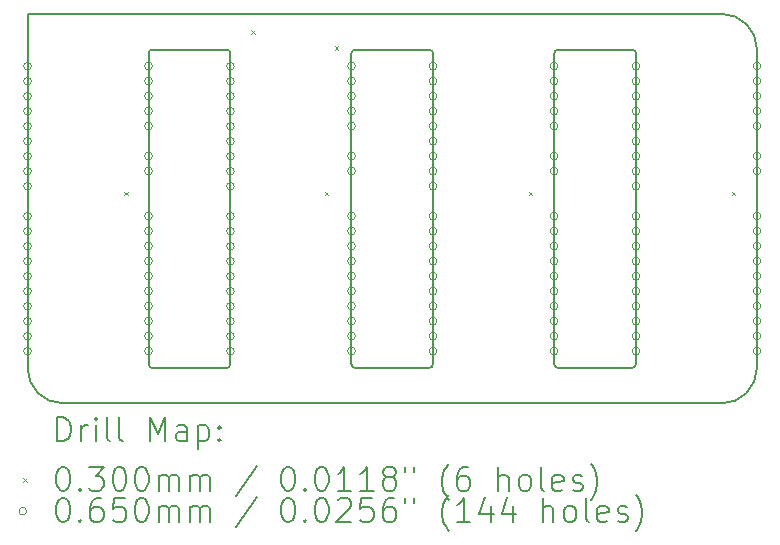
<source format=gbr>
%TF.GenerationSoftware,KiCad,Pcbnew,7.0.6-0*%
%TF.CreationDate,2023-10-14T16:49:45-04:00*%
%TF.ProjectId,TMU Board,544d5520-426f-4617-9264-2e6b69636164,1*%
%TF.SameCoordinates,Original*%
%TF.FileFunction,Drillmap*%
%TF.FilePolarity,Positive*%
%FSLAX45Y45*%
G04 Gerber Fmt 4.5, Leading zero omitted, Abs format (unit mm)*
G04 Created by KiCad (PCBNEW 7.0.6-0) date 2023-10-14 16:49:45*
%MOMM*%
%LPD*%
G01*
G04 APERTURE LIST*
%ADD10C,0.150000*%
%ADD11C,0.200000*%
%ADD12C,0.030000*%
%ADD13C,0.065000*%
G04 APERTURE END LIST*
D10*
X11330002Y-11869002D02*
X16905998Y-11869002D01*
X13773000Y-8906000D02*
X13773000Y-11536040D01*
X13804960Y-8874040D02*
G75*
G03*
X13773000Y-8906000I0J-31960D01*
G01*
X15520960Y-8874040D02*
G75*
G03*
X15489000Y-8906000I0J-31960D01*
G01*
X12748000Y-8906000D02*
X12748000Y-11537000D01*
X16905998Y-11869000D02*
G75*
G03*
X17206000Y-11569000I2J300000D01*
G01*
X14432000Y-11568000D02*
X13804960Y-11568000D01*
X12716040Y-11568960D02*
G75*
G03*
X12748000Y-11537000I-1J31960D01*
G01*
X14432000Y-11567999D02*
G75*
G03*
X14463959Y-11536040I0J31960D01*
G01*
X12086960Y-8874040D02*
X12716040Y-8874040D01*
X11030000Y-8906000D02*
X11030000Y-8571000D01*
X13804960Y-8874040D02*
X14432040Y-8874040D01*
X12055000Y-11537000D02*
G75*
G03*
X12086960Y-11568960I31960J0D01*
G01*
X12716040Y-11568960D02*
X12086960Y-11568960D01*
X12086960Y-8874040D02*
G75*
G03*
X12055000Y-8906000I0J-31960D01*
G01*
X14464000Y-8906000D02*
G75*
G03*
X14432040Y-8874040I-31960J0D01*
G01*
X11030000Y-8571000D02*
X16906000Y-8571000D01*
X16149020Y-11568000D02*
G75*
G03*
X16180980Y-11536040I0J31960D01*
G01*
X14463959Y-11536040D02*
X14463959Y-8906000D01*
X15489000Y-8906000D02*
X15489000Y-11536040D01*
X17206000Y-11569000D02*
X17206000Y-8871002D01*
X12055000Y-11537000D02*
X12055000Y-8906000D01*
X16180980Y-11536040D02*
X16180980Y-8906000D01*
X17206000Y-8871002D02*
G75*
G03*
X16906000Y-8571000I-300000J2D01*
G01*
X15488980Y-11536040D02*
G75*
G03*
X15520939Y-11568000I31960J0D01*
G01*
X13772960Y-11536040D02*
G75*
G03*
X13804919Y-11568000I31960J0D01*
G01*
X16181000Y-8906000D02*
G75*
G03*
X16149040Y-8874040I-31960J0D01*
G01*
X12748000Y-8906000D02*
G75*
G03*
X12716040Y-8874040I-31960J0D01*
G01*
X11029998Y-11569000D02*
G75*
G03*
X11330002Y-11869002I300002J0D01*
G01*
X15520960Y-8874040D02*
X16149040Y-8874040D01*
X16149020Y-11568000D02*
X15520980Y-11568000D01*
X11030000Y-11569000D02*
X11030000Y-8906000D01*
D11*
D12*
X11848000Y-10079000D02*
X11878000Y-10109000D01*
X11878000Y-10079000D02*
X11848000Y-10109000D01*
X12926000Y-8710000D02*
X12956000Y-8740000D01*
X12956000Y-8710000D02*
X12926000Y-8740000D01*
X13548000Y-10079000D02*
X13578000Y-10109000D01*
X13578000Y-10079000D02*
X13548000Y-10109000D01*
X13632000Y-8847000D02*
X13662000Y-8877000D01*
X13662000Y-8847000D02*
X13632000Y-8877000D01*
X15275000Y-10079000D02*
X15305000Y-10109000D01*
X15305000Y-10079000D02*
X15275000Y-10109000D01*
X16993000Y-10076000D02*
X17023000Y-10106000D01*
X17023000Y-10076000D02*
X16993000Y-10106000D01*
D13*
X11062500Y-9014000D02*
G75*
G03*
X11062500Y-9014000I-32500J0D01*
G01*
X11062500Y-9141000D02*
G75*
G03*
X11062500Y-9141000I-32500J0D01*
G01*
X11062500Y-9268000D02*
G75*
G03*
X11062500Y-9268000I-32500J0D01*
G01*
X11062500Y-9395000D02*
G75*
G03*
X11062500Y-9395000I-32500J0D01*
G01*
X11062500Y-9522000D02*
G75*
G03*
X11062500Y-9522000I-32500J0D01*
G01*
X11062500Y-9649000D02*
G75*
G03*
X11062500Y-9649000I-32500J0D01*
G01*
X11062500Y-9776000D02*
G75*
G03*
X11062500Y-9776000I-32500J0D01*
G01*
X11062500Y-9903000D02*
G75*
G03*
X11062500Y-9903000I-32500J0D01*
G01*
X11062500Y-10030000D02*
G75*
G03*
X11062500Y-10030000I-32500J0D01*
G01*
X11062500Y-10284000D02*
G75*
G03*
X11062500Y-10284000I-32500J0D01*
G01*
X11062500Y-10411000D02*
G75*
G03*
X11062500Y-10411000I-32500J0D01*
G01*
X11062500Y-10538000D02*
G75*
G03*
X11062500Y-10538000I-32500J0D01*
G01*
X11062500Y-10665000D02*
G75*
G03*
X11062500Y-10665000I-32500J0D01*
G01*
X11062500Y-10792000D02*
G75*
G03*
X11062500Y-10792000I-32500J0D01*
G01*
X11062500Y-10919000D02*
G75*
G03*
X11062500Y-10919000I-32500J0D01*
G01*
X11062500Y-11046000D02*
G75*
G03*
X11062500Y-11046000I-32500J0D01*
G01*
X11062500Y-11173000D02*
G75*
G03*
X11062500Y-11173000I-32500J0D01*
G01*
X11062500Y-11300000D02*
G75*
G03*
X11062500Y-11300000I-32500J0D01*
G01*
X11062500Y-11427000D02*
G75*
G03*
X11062500Y-11427000I-32500J0D01*
G01*
X12087500Y-9013000D02*
G75*
G03*
X12087500Y-9013000I-32500J0D01*
G01*
X12087500Y-9140000D02*
G75*
G03*
X12087500Y-9140000I-32500J0D01*
G01*
X12087500Y-9267000D02*
G75*
G03*
X12087500Y-9267000I-32500J0D01*
G01*
X12087500Y-9394000D02*
G75*
G03*
X12087500Y-9394000I-32500J0D01*
G01*
X12087500Y-9521000D02*
G75*
G03*
X12087500Y-9521000I-32500J0D01*
G01*
X12087500Y-9775000D02*
G75*
G03*
X12087500Y-9775000I-32500J0D01*
G01*
X12087500Y-9902000D02*
G75*
G03*
X12087500Y-9902000I-32500J0D01*
G01*
X12087500Y-10283000D02*
G75*
G03*
X12087500Y-10283000I-32500J0D01*
G01*
X12087500Y-10410000D02*
G75*
G03*
X12087500Y-10410000I-32500J0D01*
G01*
X12087500Y-10537000D02*
G75*
G03*
X12087500Y-10537000I-32500J0D01*
G01*
X12087500Y-10664000D02*
G75*
G03*
X12087500Y-10664000I-32500J0D01*
G01*
X12087500Y-10791000D02*
G75*
G03*
X12087500Y-10791000I-32500J0D01*
G01*
X12087500Y-10918000D02*
G75*
G03*
X12087500Y-10918000I-32500J0D01*
G01*
X12087500Y-11045000D02*
G75*
G03*
X12087500Y-11045000I-32500J0D01*
G01*
X12087500Y-11172000D02*
G75*
G03*
X12087500Y-11172000I-32500J0D01*
G01*
X12087500Y-11299000D02*
G75*
G03*
X12087500Y-11299000I-32500J0D01*
G01*
X12087500Y-11426000D02*
G75*
G03*
X12087500Y-11426000I-32500J0D01*
G01*
X12780500Y-9014000D02*
G75*
G03*
X12780500Y-9014000I-32500J0D01*
G01*
X12780500Y-9141000D02*
G75*
G03*
X12780500Y-9141000I-32500J0D01*
G01*
X12780500Y-9268000D02*
G75*
G03*
X12780500Y-9268000I-32500J0D01*
G01*
X12780500Y-9395000D02*
G75*
G03*
X12780500Y-9395000I-32500J0D01*
G01*
X12780500Y-9522000D02*
G75*
G03*
X12780500Y-9522000I-32500J0D01*
G01*
X12780500Y-9649000D02*
G75*
G03*
X12780500Y-9649000I-32500J0D01*
G01*
X12780500Y-9776000D02*
G75*
G03*
X12780500Y-9776000I-32500J0D01*
G01*
X12780500Y-9903000D02*
G75*
G03*
X12780500Y-9903000I-32500J0D01*
G01*
X12780500Y-10030000D02*
G75*
G03*
X12780500Y-10030000I-32500J0D01*
G01*
X12780500Y-10284000D02*
G75*
G03*
X12780500Y-10284000I-32500J0D01*
G01*
X12780500Y-10411000D02*
G75*
G03*
X12780500Y-10411000I-32500J0D01*
G01*
X12780500Y-10538000D02*
G75*
G03*
X12780500Y-10538000I-32500J0D01*
G01*
X12780500Y-10665000D02*
G75*
G03*
X12780500Y-10665000I-32500J0D01*
G01*
X12780500Y-10792000D02*
G75*
G03*
X12780500Y-10792000I-32500J0D01*
G01*
X12780500Y-10919000D02*
G75*
G03*
X12780500Y-10919000I-32500J0D01*
G01*
X12780500Y-11046000D02*
G75*
G03*
X12780500Y-11046000I-32500J0D01*
G01*
X12780500Y-11173000D02*
G75*
G03*
X12780500Y-11173000I-32500J0D01*
G01*
X12780500Y-11300000D02*
G75*
G03*
X12780500Y-11300000I-32500J0D01*
G01*
X12780500Y-11427000D02*
G75*
G03*
X12780500Y-11427000I-32500J0D01*
G01*
X13805500Y-9013000D02*
G75*
G03*
X13805500Y-9013000I-32500J0D01*
G01*
X13805500Y-9140000D02*
G75*
G03*
X13805500Y-9140000I-32500J0D01*
G01*
X13805500Y-9267000D02*
G75*
G03*
X13805500Y-9267000I-32500J0D01*
G01*
X13805500Y-9394000D02*
G75*
G03*
X13805500Y-9394000I-32500J0D01*
G01*
X13805500Y-9521000D02*
G75*
G03*
X13805500Y-9521000I-32500J0D01*
G01*
X13805500Y-9775000D02*
G75*
G03*
X13805500Y-9775000I-32500J0D01*
G01*
X13805500Y-9902000D02*
G75*
G03*
X13805500Y-9902000I-32500J0D01*
G01*
X13805500Y-10283000D02*
G75*
G03*
X13805500Y-10283000I-32500J0D01*
G01*
X13805500Y-10410000D02*
G75*
G03*
X13805500Y-10410000I-32500J0D01*
G01*
X13805500Y-10537000D02*
G75*
G03*
X13805500Y-10537000I-32500J0D01*
G01*
X13805500Y-10664000D02*
G75*
G03*
X13805500Y-10664000I-32500J0D01*
G01*
X13805500Y-10791000D02*
G75*
G03*
X13805500Y-10791000I-32500J0D01*
G01*
X13805500Y-10918000D02*
G75*
G03*
X13805500Y-10918000I-32500J0D01*
G01*
X13805500Y-11045000D02*
G75*
G03*
X13805500Y-11045000I-32500J0D01*
G01*
X13805500Y-11172000D02*
G75*
G03*
X13805500Y-11172000I-32500J0D01*
G01*
X13805500Y-11299000D02*
G75*
G03*
X13805500Y-11299000I-32500J0D01*
G01*
X13805500Y-11426000D02*
G75*
G03*
X13805500Y-11426000I-32500J0D01*
G01*
X14496500Y-9014000D02*
G75*
G03*
X14496500Y-9014000I-32500J0D01*
G01*
X14496500Y-9141000D02*
G75*
G03*
X14496500Y-9141000I-32500J0D01*
G01*
X14496500Y-9268000D02*
G75*
G03*
X14496500Y-9268000I-32500J0D01*
G01*
X14496500Y-9395000D02*
G75*
G03*
X14496500Y-9395000I-32500J0D01*
G01*
X14496500Y-9522000D02*
G75*
G03*
X14496500Y-9522000I-32500J0D01*
G01*
X14496500Y-9649000D02*
G75*
G03*
X14496500Y-9649000I-32500J0D01*
G01*
X14496500Y-9776000D02*
G75*
G03*
X14496500Y-9776000I-32500J0D01*
G01*
X14496500Y-9903000D02*
G75*
G03*
X14496500Y-9903000I-32500J0D01*
G01*
X14496500Y-10030000D02*
G75*
G03*
X14496500Y-10030000I-32500J0D01*
G01*
X14496500Y-10284000D02*
G75*
G03*
X14496500Y-10284000I-32500J0D01*
G01*
X14496500Y-10411000D02*
G75*
G03*
X14496500Y-10411000I-32500J0D01*
G01*
X14496500Y-10538000D02*
G75*
G03*
X14496500Y-10538000I-32500J0D01*
G01*
X14496500Y-10665000D02*
G75*
G03*
X14496500Y-10665000I-32500J0D01*
G01*
X14496500Y-10792000D02*
G75*
G03*
X14496500Y-10792000I-32500J0D01*
G01*
X14496500Y-10919000D02*
G75*
G03*
X14496500Y-10919000I-32500J0D01*
G01*
X14496500Y-11046000D02*
G75*
G03*
X14496500Y-11046000I-32500J0D01*
G01*
X14496500Y-11173000D02*
G75*
G03*
X14496500Y-11173000I-32500J0D01*
G01*
X14496500Y-11300000D02*
G75*
G03*
X14496500Y-11300000I-32500J0D01*
G01*
X14496500Y-11427000D02*
G75*
G03*
X14496500Y-11427000I-32500J0D01*
G01*
X15521500Y-9013000D02*
G75*
G03*
X15521500Y-9013000I-32500J0D01*
G01*
X15521500Y-9140000D02*
G75*
G03*
X15521500Y-9140000I-32500J0D01*
G01*
X15521500Y-9267000D02*
G75*
G03*
X15521500Y-9267000I-32500J0D01*
G01*
X15521500Y-9394000D02*
G75*
G03*
X15521500Y-9394000I-32500J0D01*
G01*
X15521500Y-9521000D02*
G75*
G03*
X15521500Y-9521000I-32500J0D01*
G01*
X15521500Y-9775000D02*
G75*
G03*
X15521500Y-9775000I-32500J0D01*
G01*
X15521500Y-9902000D02*
G75*
G03*
X15521500Y-9902000I-32500J0D01*
G01*
X15521500Y-10283000D02*
G75*
G03*
X15521500Y-10283000I-32500J0D01*
G01*
X15521500Y-10410000D02*
G75*
G03*
X15521500Y-10410000I-32500J0D01*
G01*
X15521500Y-10537000D02*
G75*
G03*
X15521500Y-10537000I-32500J0D01*
G01*
X15521500Y-10664000D02*
G75*
G03*
X15521500Y-10664000I-32500J0D01*
G01*
X15521500Y-10791000D02*
G75*
G03*
X15521500Y-10791000I-32500J0D01*
G01*
X15521500Y-10918000D02*
G75*
G03*
X15521500Y-10918000I-32500J0D01*
G01*
X15521500Y-11045000D02*
G75*
G03*
X15521500Y-11045000I-32500J0D01*
G01*
X15521500Y-11172000D02*
G75*
G03*
X15521500Y-11172000I-32500J0D01*
G01*
X15521500Y-11299000D02*
G75*
G03*
X15521500Y-11299000I-32500J0D01*
G01*
X15521500Y-11426000D02*
G75*
G03*
X15521500Y-11426000I-32500J0D01*
G01*
X16213500Y-9014000D02*
G75*
G03*
X16213500Y-9014000I-32500J0D01*
G01*
X16213500Y-9141000D02*
G75*
G03*
X16213500Y-9141000I-32500J0D01*
G01*
X16213500Y-9268000D02*
G75*
G03*
X16213500Y-9268000I-32500J0D01*
G01*
X16213500Y-9395000D02*
G75*
G03*
X16213500Y-9395000I-32500J0D01*
G01*
X16213500Y-9522000D02*
G75*
G03*
X16213500Y-9522000I-32500J0D01*
G01*
X16213500Y-9649000D02*
G75*
G03*
X16213500Y-9649000I-32500J0D01*
G01*
X16213500Y-9776000D02*
G75*
G03*
X16213500Y-9776000I-32500J0D01*
G01*
X16213500Y-9903000D02*
G75*
G03*
X16213500Y-9903000I-32500J0D01*
G01*
X16213500Y-10030000D02*
G75*
G03*
X16213500Y-10030000I-32500J0D01*
G01*
X16213500Y-10284000D02*
G75*
G03*
X16213500Y-10284000I-32500J0D01*
G01*
X16213500Y-10411000D02*
G75*
G03*
X16213500Y-10411000I-32500J0D01*
G01*
X16213500Y-10538000D02*
G75*
G03*
X16213500Y-10538000I-32500J0D01*
G01*
X16213500Y-10665000D02*
G75*
G03*
X16213500Y-10665000I-32500J0D01*
G01*
X16213500Y-10792000D02*
G75*
G03*
X16213500Y-10792000I-32500J0D01*
G01*
X16213500Y-10919000D02*
G75*
G03*
X16213500Y-10919000I-32500J0D01*
G01*
X16213500Y-11046000D02*
G75*
G03*
X16213500Y-11046000I-32500J0D01*
G01*
X16213500Y-11173000D02*
G75*
G03*
X16213500Y-11173000I-32500J0D01*
G01*
X16213500Y-11300000D02*
G75*
G03*
X16213500Y-11300000I-32500J0D01*
G01*
X16213500Y-11427000D02*
G75*
G03*
X16213500Y-11427000I-32500J0D01*
G01*
X17238500Y-9013000D02*
G75*
G03*
X17238500Y-9013000I-32500J0D01*
G01*
X17238500Y-9140000D02*
G75*
G03*
X17238500Y-9140000I-32500J0D01*
G01*
X17238500Y-9267000D02*
G75*
G03*
X17238500Y-9267000I-32500J0D01*
G01*
X17238500Y-9394000D02*
G75*
G03*
X17238500Y-9394000I-32500J0D01*
G01*
X17238500Y-9521000D02*
G75*
G03*
X17238500Y-9521000I-32500J0D01*
G01*
X17238500Y-9775000D02*
G75*
G03*
X17238500Y-9775000I-32500J0D01*
G01*
X17238500Y-9902000D02*
G75*
G03*
X17238500Y-9902000I-32500J0D01*
G01*
X17238500Y-10283000D02*
G75*
G03*
X17238500Y-10283000I-32500J0D01*
G01*
X17238500Y-10410000D02*
G75*
G03*
X17238500Y-10410000I-32500J0D01*
G01*
X17238500Y-10537000D02*
G75*
G03*
X17238500Y-10537000I-32500J0D01*
G01*
X17238500Y-10664000D02*
G75*
G03*
X17238500Y-10664000I-32500J0D01*
G01*
X17238500Y-10791000D02*
G75*
G03*
X17238500Y-10791000I-32500J0D01*
G01*
X17238500Y-10918000D02*
G75*
G03*
X17238500Y-10918000I-32500J0D01*
G01*
X17238500Y-11045000D02*
G75*
G03*
X17238500Y-11045000I-32500J0D01*
G01*
X17238500Y-11172000D02*
G75*
G03*
X17238500Y-11172000I-32500J0D01*
G01*
X17238500Y-11299000D02*
G75*
G03*
X17238500Y-11299000I-32500J0D01*
G01*
X17238500Y-11426000D02*
G75*
G03*
X17238500Y-11426000I-32500J0D01*
G01*
D11*
X11283277Y-12187985D02*
X11283277Y-11987985D01*
X11283277Y-11987985D02*
X11330896Y-11987985D01*
X11330896Y-11987985D02*
X11359467Y-11997509D01*
X11359467Y-11997509D02*
X11378515Y-12016557D01*
X11378515Y-12016557D02*
X11388039Y-12035604D01*
X11388039Y-12035604D02*
X11397562Y-12073700D01*
X11397562Y-12073700D02*
X11397562Y-12102271D01*
X11397562Y-12102271D02*
X11388039Y-12140366D01*
X11388039Y-12140366D02*
X11378515Y-12159414D01*
X11378515Y-12159414D02*
X11359467Y-12178462D01*
X11359467Y-12178462D02*
X11330896Y-12187985D01*
X11330896Y-12187985D02*
X11283277Y-12187985D01*
X11483277Y-12187985D02*
X11483277Y-12054652D01*
X11483277Y-12092747D02*
X11492801Y-12073700D01*
X11492801Y-12073700D02*
X11502324Y-12064176D01*
X11502324Y-12064176D02*
X11521372Y-12054652D01*
X11521372Y-12054652D02*
X11540420Y-12054652D01*
X11607086Y-12187985D02*
X11607086Y-12054652D01*
X11607086Y-11987985D02*
X11597562Y-11997509D01*
X11597562Y-11997509D02*
X11607086Y-12007033D01*
X11607086Y-12007033D02*
X11616610Y-11997509D01*
X11616610Y-11997509D02*
X11607086Y-11987985D01*
X11607086Y-11987985D02*
X11607086Y-12007033D01*
X11730896Y-12187985D02*
X11711848Y-12178462D01*
X11711848Y-12178462D02*
X11702324Y-12159414D01*
X11702324Y-12159414D02*
X11702324Y-11987985D01*
X11835658Y-12187985D02*
X11816610Y-12178462D01*
X11816610Y-12178462D02*
X11807086Y-12159414D01*
X11807086Y-12159414D02*
X11807086Y-11987985D01*
X12064229Y-12187985D02*
X12064229Y-11987985D01*
X12064229Y-11987985D02*
X12130896Y-12130842D01*
X12130896Y-12130842D02*
X12197562Y-11987985D01*
X12197562Y-11987985D02*
X12197562Y-12187985D01*
X12378515Y-12187985D02*
X12378515Y-12083223D01*
X12378515Y-12083223D02*
X12368991Y-12064176D01*
X12368991Y-12064176D02*
X12349943Y-12054652D01*
X12349943Y-12054652D02*
X12311848Y-12054652D01*
X12311848Y-12054652D02*
X12292801Y-12064176D01*
X12378515Y-12178462D02*
X12359467Y-12187985D01*
X12359467Y-12187985D02*
X12311848Y-12187985D01*
X12311848Y-12187985D02*
X12292801Y-12178462D01*
X12292801Y-12178462D02*
X12283277Y-12159414D01*
X12283277Y-12159414D02*
X12283277Y-12140366D01*
X12283277Y-12140366D02*
X12292801Y-12121319D01*
X12292801Y-12121319D02*
X12311848Y-12111795D01*
X12311848Y-12111795D02*
X12359467Y-12111795D01*
X12359467Y-12111795D02*
X12378515Y-12102271D01*
X12473753Y-12054652D02*
X12473753Y-12254652D01*
X12473753Y-12064176D02*
X12492801Y-12054652D01*
X12492801Y-12054652D02*
X12530896Y-12054652D01*
X12530896Y-12054652D02*
X12549943Y-12064176D01*
X12549943Y-12064176D02*
X12559467Y-12073700D01*
X12559467Y-12073700D02*
X12568991Y-12092747D01*
X12568991Y-12092747D02*
X12568991Y-12149890D01*
X12568991Y-12149890D02*
X12559467Y-12168938D01*
X12559467Y-12168938D02*
X12549943Y-12178462D01*
X12549943Y-12178462D02*
X12530896Y-12187985D01*
X12530896Y-12187985D02*
X12492801Y-12187985D01*
X12492801Y-12187985D02*
X12473753Y-12178462D01*
X12654705Y-12168938D02*
X12664229Y-12178462D01*
X12664229Y-12178462D02*
X12654705Y-12187985D01*
X12654705Y-12187985D02*
X12645182Y-12178462D01*
X12645182Y-12178462D02*
X12654705Y-12168938D01*
X12654705Y-12168938D02*
X12654705Y-12187985D01*
X12654705Y-12064176D02*
X12664229Y-12073700D01*
X12664229Y-12073700D02*
X12654705Y-12083223D01*
X12654705Y-12083223D02*
X12645182Y-12073700D01*
X12645182Y-12073700D02*
X12654705Y-12064176D01*
X12654705Y-12064176D02*
X12654705Y-12083223D01*
D12*
X10992500Y-12501502D02*
X11022500Y-12531502D01*
X11022500Y-12501502D02*
X10992500Y-12531502D01*
D11*
X11321372Y-12407985D02*
X11340420Y-12407985D01*
X11340420Y-12407985D02*
X11359467Y-12417509D01*
X11359467Y-12417509D02*
X11368991Y-12427033D01*
X11368991Y-12427033D02*
X11378515Y-12446081D01*
X11378515Y-12446081D02*
X11388039Y-12484176D01*
X11388039Y-12484176D02*
X11388039Y-12531795D01*
X11388039Y-12531795D02*
X11378515Y-12569890D01*
X11378515Y-12569890D02*
X11368991Y-12588938D01*
X11368991Y-12588938D02*
X11359467Y-12598462D01*
X11359467Y-12598462D02*
X11340420Y-12607985D01*
X11340420Y-12607985D02*
X11321372Y-12607985D01*
X11321372Y-12607985D02*
X11302324Y-12598462D01*
X11302324Y-12598462D02*
X11292801Y-12588938D01*
X11292801Y-12588938D02*
X11283277Y-12569890D01*
X11283277Y-12569890D02*
X11273753Y-12531795D01*
X11273753Y-12531795D02*
X11273753Y-12484176D01*
X11273753Y-12484176D02*
X11283277Y-12446081D01*
X11283277Y-12446081D02*
X11292801Y-12427033D01*
X11292801Y-12427033D02*
X11302324Y-12417509D01*
X11302324Y-12417509D02*
X11321372Y-12407985D01*
X11473753Y-12588938D02*
X11483277Y-12598462D01*
X11483277Y-12598462D02*
X11473753Y-12607985D01*
X11473753Y-12607985D02*
X11464229Y-12598462D01*
X11464229Y-12598462D02*
X11473753Y-12588938D01*
X11473753Y-12588938D02*
X11473753Y-12607985D01*
X11549943Y-12407985D02*
X11673753Y-12407985D01*
X11673753Y-12407985D02*
X11607086Y-12484176D01*
X11607086Y-12484176D02*
X11635658Y-12484176D01*
X11635658Y-12484176D02*
X11654705Y-12493700D01*
X11654705Y-12493700D02*
X11664229Y-12503223D01*
X11664229Y-12503223D02*
X11673753Y-12522271D01*
X11673753Y-12522271D02*
X11673753Y-12569890D01*
X11673753Y-12569890D02*
X11664229Y-12588938D01*
X11664229Y-12588938D02*
X11654705Y-12598462D01*
X11654705Y-12598462D02*
X11635658Y-12607985D01*
X11635658Y-12607985D02*
X11578515Y-12607985D01*
X11578515Y-12607985D02*
X11559467Y-12598462D01*
X11559467Y-12598462D02*
X11549943Y-12588938D01*
X11797562Y-12407985D02*
X11816610Y-12407985D01*
X11816610Y-12407985D02*
X11835658Y-12417509D01*
X11835658Y-12417509D02*
X11845182Y-12427033D01*
X11845182Y-12427033D02*
X11854705Y-12446081D01*
X11854705Y-12446081D02*
X11864229Y-12484176D01*
X11864229Y-12484176D02*
X11864229Y-12531795D01*
X11864229Y-12531795D02*
X11854705Y-12569890D01*
X11854705Y-12569890D02*
X11845182Y-12588938D01*
X11845182Y-12588938D02*
X11835658Y-12598462D01*
X11835658Y-12598462D02*
X11816610Y-12607985D01*
X11816610Y-12607985D02*
X11797562Y-12607985D01*
X11797562Y-12607985D02*
X11778515Y-12598462D01*
X11778515Y-12598462D02*
X11768991Y-12588938D01*
X11768991Y-12588938D02*
X11759467Y-12569890D01*
X11759467Y-12569890D02*
X11749943Y-12531795D01*
X11749943Y-12531795D02*
X11749943Y-12484176D01*
X11749943Y-12484176D02*
X11759467Y-12446081D01*
X11759467Y-12446081D02*
X11768991Y-12427033D01*
X11768991Y-12427033D02*
X11778515Y-12417509D01*
X11778515Y-12417509D02*
X11797562Y-12407985D01*
X11988039Y-12407985D02*
X12007086Y-12407985D01*
X12007086Y-12407985D02*
X12026134Y-12417509D01*
X12026134Y-12417509D02*
X12035658Y-12427033D01*
X12035658Y-12427033D02*
X12045182Y-12446081D01*
X12045182Y-12446081D02*
X12054705Y-12484176D01*
X12054705Y-12484176D02*
X12054705Y-12531795D01*
X12054705Y-12531795D02*
X12045182Y-12569890D01*
X12045182Y-12569890D02*
X12035658Y-12588938D01*
X12035658Y-12588938D02*
X12026134Y-12598462D01*
X12026134Y-12598462D02*
X12007086Y-12607985D01*
X12007086Y-12607985D02*
X11988039Y-12607985D01*
X11988039Y-12607985D02*
X11968991Y-12598462D01*
X11968991Y-12598462D02*
X11959467Y-12588938D01*
X11959467Y-12588938D02*
X11949943Y-12569890D01*
X11949943Y-12569890D02*
X11940420Y-12531795D01*
X11940420Y-12531795D02*
X11940420Y-12484176D01*
X11940420Y-12484176D02*
X11949943Y-12446081D01*
X11949943Y-12446081D02*
X11959467Y-12427033D01*
X11959467Y-12427033D02*
X11968991Y-12417509D01*
X11968991Y-12417509D02*
X11988039Y-12407985D01*
X12140420Y-12607985D02*
X12140420Y-12474652D01*
X12140420Y-12493700D02*
X12149943Y-12484176D01*
X12149943Y-12484176D02*
X12168991Y-12474652D01*
X12168991Y-12474652D02*
X12197563Y-12474652D01*
X12197563Y-12474652D02*
X12216610Y-12484176D01*
X12216610Y-12484176D02*
X12226134Y-12503223D01*
X12226134Y-12503223D02*
X12226134Y-12607985D01*
X12226134Y-12503223D02*
X12235658Y-12484176D01*
X12235658Y-12484176D02*
X12254705Y-12474652D01*
X12254705Y-12474652D02*
X12283277Y-12474652D01*
X12283277Y-12474652D02*
X12302324Y-12484176D01*
X12302324Y-12484176D02*
X12311848Y-12503223D01*
X12311848Y-12503223D02*
X12311848Y-12607985D01*
X12407086Y-12607985D02*
X12407086Y-12474652D01*
X12407086Y-12493700D02*
X12416610Y-12484176D01*
X12416610Y-12484176D02*
X12435658Y-12474652D01*
X12435658Y-12474652D02*
X12464229Y-12474652D01*
X12464229Y-12474652D02*
X12483277Y-12484176D01*
X12483277Y-12484176D02*
X12492801Y-12503223D01*
X12492801Y-12503223D02*
X12492801Y-12607985D01*
X12492801Y-12503223D02*
X12502324Y-12484176D01*
X12502324Y-12484176D02*
X12521372Y-12474652D01*
X12521372Y-12474652D02*
X12549943Y-12474652D01*
X12549943Y-12474652D02*
X12568991Y-12484176D01*
X12568991Y-12484176D02*
X12578515Y-12503223D01*
X12578515Y-12503223D02*
X12578515Y-12607985D01*
X12968991Y-12398462D02*
X12797563Y-12655604D01*
X13226134Y-12407985D02*
X13245182Y-12407985D01*
X13245182Y-12407985D02*
X13264229Y-12417509D01*
X13264229Y-12417509D02*
X13273753Y-12427033D01*
X13273753Y-12427033D02*
X13283277Y-12446081D01*
X13283277Y-12446081D02*
X13292801Y-12484176D01*
X13292801Y-12484176D02*
X13292801Y-12531795D01*
X13292801Y-12531795D02*
X13283277Y-12569890D01*
X13283277Y-12569890D02*
X13273753Y-12588938D01*
X13273753Y-12588938D02*
X13264229Y-12598462D01*
X13264229Y-12598462D02*
X13245182Y-12607985D01*
X13245182Y-12607985D02*
X13226134Y-12607985D01*
X13226134Y-12607985D02*
X13207086Y-12598462D01*
X13207086Y-12598462D02*
X13197563Y-12588938D01*
X13197563Y-12588938D02*
X13188039Y-12569890D01*
X13188039Y-12569890D02*
X13178515Y-12531795D01*
X13178515Y-12531795D02*
X13178515Y-12484176D01*
X13178515Y-12484176D02*
X13188039Y-12446081D01*
X13188039Y-12446081D02*
X13197563Y-12427033D01*
X13197563Y-12427033D02*
X13207086Y-12417509D01*
X13207086Y-12417509D02*
X13226134Y-12407985D01*
X13378515Y-12588938D02*
X13388039Y-12598462D01*
X13388039Y-12598462D02*
X13378515Y-12607985D01*
X13378515Y-12607985D02*
X13368991Y-12598462D01*
X13368991Y-12598462D02*
X13378515Y-12588938D01*
X13378515Y-12588938D02*
X13378515Y-12607985D01*
X13511848Y-12407985D02*
X13530896Y-12407985D01*
X13530896Y-12407985D02*
X13549944Y-12417509D01*
X13549944Y-12417509D02*
X13559467Y-12427033D01*
X13559467Y-12427033D02*
X13568991Y-12446081D01*
X13568991Y-12446081D02*
X13578515Y-12484176D01*
X13578515Y-12484176D02*
X13578515Y-12531795D01*
X13578515Y-12531795D02*
X13568991Y-12569890D01*
X13568991Y-12569890D02*
X13559467Y-12588938D01*
X13559467Y-12588938D02*
X13549944Y-12598462D01*
X13549944Y-12598462D02*
X13530896Y-12607985D01*
X13530896Y-12607985D02*
X13511848Y-12607985D01*
X13511848Y-12607985D02*
X13492801Y-12598462D01*
X13492801Y-12598462D02*
X13483277Y-12588938D01*
X13483277Y-12588938D02*
X13473753Y-12569890D01*
X13473753Y-12569890D02*
X13464229Y-12531795D01*
X13464229Y-12531795D02*
X13464229Y-12484176D01*
X13464229Y-12484176D02*
X13473753Y-12446081D01*
X13473753Y-12446081D02*
X13483277Y-12427033D01*
X13483277Y-12427033D02*
X13492801Y-12417509D01*
X13492801Y-12417509D02*
X13511848Y-12407985D01*
X13768991Y-12607985D02*
X13654706Y-12607985D01*
X13711848Y-12607985D02*
X13711848Y-12407985D01*
X13711848Y-12407985D02*
X13692801Y-12436557D01*
X13692801Y-12436557D02*
X13673753Y-12455604D01*
X13673753Y-12455604D02*
X13654706Y-12465128D01*
X13959467Y-12607985D02*
X13845182Y-12607985D01*
X13902325Y-12607985D02*
X13902325Y-12407985D01*
X13902325Y-12407985D02*
X13883277Y-12436557D01*
X13883277Y-12436557D02*
X13864229Y-12455604D01*
X13864229Y-12455604D02*
X13845182Y-12465128D01*
X14073753Y-12493700D02*
X14054706Y-12484176D01*
X14054706Y-12484176D02*
X14045182Y-12474652D01*
X14045182Y-12474652D02*
X14035658Y-12455604D01*
X14035658Y-12455604D02*
X14035658Y-12446081D01*
X14035658Y-12446081D02*
X14045182Y-12427033D01*
X14045182Y-12427033D02*
X14054706Y-12417509D01*
X14054706Y-12417509D02*
X14073753Y-12407985D01*
X14073753Y-12407985D02*
X14111848Y-12407985D01*
X14111848Y-12407985D02*
X14130896Y-12417509D01*
X14130896Y-12417509D02*
X14140420Y-12427033D01*
X14140420Y-12427033D02*
X14149944Y-12446081D01*
X14149944Y-12446081D02*
X14149944Y-12455604D01*
X14149944Y-12455604D02*
X14140420Y-12474652D01*
X14140420Y-12474652D02*
X14130896Y-12484176D01*
X14130896Y-12484176D02*
X14111848Y-12493700D01*
X14111848Y-12493700D02*
X14073753Y-12493700D01*
X14073753Y-12493700D02*
X14054706Y-12503223D01*
X14054706Y-12503223D02*
X14045182Y-12512747D01*
X14045182Y-12512747D02*
X14035658Y-12531795D01*
X14035658Y-12531795D02*
X14035658Y-12569890D01*
X14035658Y-12569890D02*
X14045182Y-12588938D01*
X14045182Y-12588938D02*
X14054706Y-12598462D01*
X14054706Y-12598462D02*
X14073753Y-12607985D01*
X14073753Y-12607985D02*
X14111848Y-12607985D01*
X14111848Y-12607985D02*
X14130896Y-12598462D01*
X14130896Y-12598462D02*
X14140420Y-12588938D01*
X14140420Y-12588938D02*
X14149944Y-12569890D01*
X14149944Y-12569890D02*
X14149944Y-12531795D01*
X14149944Y-12531795D02*
X14140420Y-12512747D01*
X14140420Y-12512747D02*
X14130896Y-12503223D01*
X14130896Y-12503223D02*
X14111848Y-12493700D01*
X14226134Y-12407985D02*
X14226134Y-12446081D01*
X14302325Y-12407985D02*
X14302325Y-12446081D01*
X14597563Y-12684176D02*
X14588039Y-12674652D01*
X14588039Y-12674652D02*
X14568991Y-12646081D01*
X14568991Y-12646081D02*
X14559468Y-12627033D01*
X14559468Y-12627033D02*
X14549944Y-12598462D01*
X14549944Y-12598462D02*
X14540420Y-12550842D01*
X14540420Y-12550842D02*
X14540420Y-12512747D01*
X14540420Y-12512747D02*
X14549944Y-12465128D01*
X14549944Y-12465128D02*
X14559468Y-12436557D01*
X14559468Y-12436557D02*
X14568991Y-12417509D01*
X14568991Y-12417509D02*
X14588039Y-12388938D01*
X14588039Y-12388938D02*
X14597563Y-12379414D01*
X14759468Y-12407985D02*
X14721372Y-12407985D01*
X14721372Y-12407985D02*
X14702325Y-12417509D01*
X14702325Y-12417509D02*
X14692801Y-12427033D01*
X14692801Y-12427033D02*
X14673753Y-12455604D01*
X14673753Y-12455604D02*
X14664229Y-12493700D01*
X14664229Y-12493700D02*
X14664229Y-12569890D01*
X14664229Y-12569890D02*
X14673753Y-12588938D01*
X14673753Y-12588938D02*
X14683277Y-12598462D01*
X14683277Y-12598462D02*
X14702325Y-12607985D01*
X14702325Y-12607985D02*
X14740420Y-12607985D01*
X14740420Y-12607985D02*
X14759468Y-12598462D01*
X14759468Y-12598462D02*
X14768991Y-12588938D01*
X14768991Y-12588938D02*
X14778515Y-12569890D01*
X14778515Y-12569890D02*
X14778515Y-12522271D01*
X14778515Y-12522271D02*
X14768991Y-12503223D01*
X14768991Y-12503223D02*
X14759468Y-12493700D01*
X14759468Y-12493700D02*
X14740420Y-12484176D01*
X14740420Y-12484176D02*
X14702325Y-12484176D01*
X14702325Y-12484176D02*
X14683277Y-12493700D01*
X14683277Y-12493700D02*
X14673753Y-12503223D01*
X14673753Y-12503223D02*
X14664229Y-12522271D01*
X15016610Y-12607985D02*
X15016610Y-12407985D01*
X15102325Y-12607985D02*
X15102325Y-12503223D01*
X15102325Y-12503223D02*
X15092801Y-12484176D01*
X15092801Y-12484176D02*
X15073753Y-12474652D01*
X15073753Y-12474652D02*
X15045182Y-12474652D01*
X15045182Y-12474652D02*
X15026134Y-12484176D01*
X15026134Y-12484176D02*
X15016610Y-12493700D01*
X15226134Y-12607985D02*
X15207087Y-12598462D01*
X15207087Y-12598462D02*
X15197563Y-12588938D01*
X15197563Y-12588938D02*
X15188039Y-12569890D01*
X15188039Y-12569890D02*
X15188039Y-12512747D01*
X15188039Y-12512747D02*
X15197563Y-12493700D01*
X15197563Y-12493700D02*
X15207087Y-12484176D01*
X15207087Y-12484176D02*
X15226134Y-12474652D01*
X15226134Y-12474652D02*
X15254706Y-12474652D01*
X15254706Y-12474652D02*
X15273753Y-12484176D01*
X15273753Y-12484176D02*
X15283277Y-12493700D01*
X15283277Y-12493700D02*
X15292801Y-12512747D01*
X15292801Y-12512747D02*
X15292801Y-12569890D01*
X15292801Y-12569890D02*
X15283277Y-12588938D01*
X15283277Y-12588938D02*
X15273753Y-12598462D01*
X15273753Y-12598462D02*
X15254706Y-12607985D01*
X15254706Y-12607985D02*
X15226134Y-12607985D01*
X15407087Y-12607985D02*
X15388039Y-12598462D01*
X15388039Y-12598462D02*
X15378515Y-12579414D01*
X15378515Y-12579414D02*
X15378515Y-12407985D01*
X15559468Y-12598462D02*
X15540420Y-12607985D01*
X15540420Y-12607985D02*
X15502325Y-12607985D01*
X15502325Y-12607985D02*
X15483277Y-12598462D01*
X15483277Y-12598462D02*
X15473753Y-12579414D01*
X15473753Y-12579414D02*
X15473753Y-12503223D01*
X15473753Y-12503223D02*
X15483277Y-12484176D01*
X15483277Y-12484176D02*
X15502325Y-12474652D01*
X15502325Y-12474652D02*
X15540420Y-12474652D01*
X15540420Y-12474652D02*
X15559468Y-12484176D01*
X15559468Y-12484176D02*
X15568991Y-12503223D01*
X15568991Y-12503223D02*
X15568991Y-12522271D01*
X15568991Y-12522271D02*
X15473753Y-12541319D01*
X15645182Y-12598462D02*
X15664230Y-12607985D01*
X15664230Y-12607985D02*
X15702325Y-12607985D01*
X15702325Y-12607985D02*
X15721372Y-12598462D01*
X15721372Y-12598462D02*
X15730896Y-12579414D01*
X15730896Y-12579414D02*
X15730896Y-12569890D01*
X15730896Y-12569890D02*
X15721372Y-12550842D01*
X15721372Y-12550842D02*
X15702325Y-12541319D01*
X15702325Y-12541319D02*
X15673753Y-12541319D01*
X15673753Y-12541319D02*
X15654706Y-12531795D01*
X15654706Y-12531795D02*
X15645182Y-12512747D01*
X15645182Y-12512747D02*
X15645182Y-12503223D01*
X15645182Y-12503223D02*
X15654706Y-12484176D01*
X15654706Y-12484176D02*
X15673753Y-12474652D01*
X15673753Y-12474652D02*
X15702325Y-12474652D01*
X15702325Y-12474652D02*
X15721372Y-12484176D01*
X15797563Y-12684176D02*
X15807087Y-12674652D01*
X15807087Y-12674652D02*
X15826134Y-12646081D01*
X15826134Y-12646081D02*
X15835658Y-12627033D01*
X15835658Y-12627033D02*
X15845182Y-12598462D01*
X15845182Y-12598462D02*
X15854706Y-12550842D01*
X15854706Y-12550842D02*
X15854706Y-12512747D01*
X15854706Y-12512747D02*
X15845182Y-12465128D01*
X15845182Y-12465128D02*
X15835658Y-12436557D01*
X15835658Y-12436557D02*
X15826134Y-12417509D01*
X15826134Y-12417509D02*
X15807087Y-12388938D01*
X15807087Y-12388938D02*
X15797563Y-12379414D01*
D13*
X11022500Y-12780502D02*
G75*
G03*
X11022500Y-12780502I-32500J0D01*
G01*
D11*
X11321372Y-12671985D02*
X11340420Y-12671985D01*
X11340420Y-12671985D02*
X11359467Y-12681509D01*
X11359467Y-12681509D02*
X11368991Y-12691033D01*
X11368991Y-12691033D02*
X11378515Y-12710081D01*
X11378515Y-12710081D02*
X11388039Y-12748176D01*
X11388039Y-12748176D02*
X11388039Y-12795795D01*
X11388039Y-12795795D02*
X11378515Y-12833890D01*
X11378515Y-12833890D02*
X11368991Y-12852938D01*
X11368991Y-12852938D02*
X11359467Y-12862462D01*
X11359467Y-12862462D02*
X11340420Y-12871985D01*
X11340420Y-12871985D02*
X11321372Y-12871985D01*
X11321372Y-12871985D02*
X11302324Y-12862462D01*
X11302324Y-12862462D02*
X11292801Y-12852938D01*
X11292801Y-12852938D02*
X11283277Y-12833890D01*
X11283277Y-12833890D02*
X11273753Y-12795795D01*
X11273753Y-12795795D02*
X11273753Y-12748176D01*
X11273753Y-12748176D02*
X11283277Y-12710081D01*
X11283277Y-12710081D02*
X11292801Y-12691033D01*
X11292801Y-12691033D02*
X11302324Y-12681509D01*
X11302324Y-12681509D02*
X11321372Y-12671985D01*
X11473753Y-12852938D02*
X11483277Y-12862462D01*
X11483277Y-12862462D02*
X11473753Y-12871985D01*
X11473753Y-12871985D02*
X11464229Y-12862462D01*
X11464229Y-12862462D02*
X11473753Y-12852938D01*
X11473753Y-12852938D02*
X11473753Y-12871985D01*
X11654705Y-12671985D02*
X11616610Y-12671985D01*
X11616610Y-12671985D02*
X11597562Y-12681509D01*
X11597562Y-12681509D02*
X11588039Y-12691033D01*
X11588039Y-12691033D02*
X11568991Y-12719604D01*
X11568991Y-12719604D02*
X11559467Y-12757700D01*
X11559467Y-12757700D02*
X11559467Y-12833890D01*
X11559467Y-12833890D02*
X11568991Y-12852938D01*
X11568991Y-12852938D02*
X11578515Y-12862462D01*
X11578515Y-12862462D02*
X11597562Y-12871985D01*
X11597562Y-12871985D02*
X11635658Y-12871985D01*
X11635658Y-12871985D02*
X11654705Y-12862462D01*
X11654705Y-12862462D02*
X11664229Y-12852938D01*
X11664229Y-12852938D02*
X11673753Y-12833890D01*
X11673753Y-12833890D02*
X11673753Y-12786271D01*
X11673753Y-12786271D02*
X11664229Y-12767223D01*
X11664229Y-12767223D02*
X11654705Y-12757700D01*
X11654705Y-12757700D02*
X11635658Y-12748176D01*
X11635658Y-12748176D02*
X11597562Y-12748176D01*
X11597562Y-12748176D02*
X11578515Y-12757700D01*
X11578515Y-12757700D02*
X11568991Y-12767223D01*
X11568991Y-12767223D02*
X11559467Y-12786271D01*
X11854705Y-12671985D02*
X11759467Y-12671985D01*
X11759467Y-12671985D02*
X11749943Y-12767223D01*
X11749943Y-12767223D02*
X11759467Y-12757700D01*
X11759467Y-12757700D02*
X11778515Y-12748176D01*
X11778515Y-12748176D02*
X11826134Y-12748176D01*
X11826134Y-12748176D02*
X11845182Y-12757700D01*
X11845182Y-12757700D02*
X11854705Y-12767223D01*
X11854705Y-12767223D02*
X11864229Y-12786271D01*
X11864229Y-12786271D02*
X11864229Y-12833890D01*
X11864229Y-12833890D02*
X11854705Y-12852938D01*
X11854705Y-12852938D02*
X11845182Y-12862462D01*
X11845182Y-12862462D02*
X11826134Y-12871985D01*
X11826134Y-12871985D02*
X11778515Y-12871985D01*
X11778515Y-12871985D02*
X11759467Y-12862462D01*
X11759467Y-12862462D02*
X11749943Y-12852938D01*
X11988039Y-12671985D02*
X12007086Y-12671985D01*
X12007086Y-12671985D02*
X12026134Y-12681509D01*
X12026134Y-12681509D02*
X12035658Y-12691033D01*
X12035658Y-12691033D02*
X12045182Y-12710081D01*
X12045182Y-12710081D02*
X12054705Y-12748176D01*
X12054705Y-12748176D02*
X12054705Y-12795795D01*
X12054705Y-12795795D02*
X12045182Y-12833890D01*
X12045182Y-12833890D02*
X12035658Y-12852938D01*
X12035658Y-12852938D02*
X12026134Y-12862462D01*
X12026134Y-12862462D02*
X12007086Y-12871985D01*
X12007086Y-12871985D02*
X11988039Y-12871985D01*
X11988039Y-12871985D02*
X11968991Y-12862462D01*
X11968991Y-12862462D02*
X11959467Y-12852938D01*
X11959467Y-12852938D02*
X11949943Y-12833890D01*
X11949943Y-12833890D02*
X11940420Y-12795795D01*
X11940420Y-12795795D02*
X11940420Y-12748176D01*
X11940420Y-12748176D02*
X11949943Y-12710081D01*
X11949943Y-12710081D02*
X11959467Y-12691033D01*
X11959467Y-12691033D02*
X11968991Y-12681509D01*
X11968991Y-12681509D02*
X11988039Y-12671985D01*
X12140420Y-12871985D02*
X12140420Y-12738652D01*
X12140420Y-12757700D02*
X12149943Y-12748176D01*
X12149943Y-12748176D02*
X12168991Y-12738652D01*
X12168991Y-12738652D02*
X12197563Y-12738652D01*
X12197563Y-12738652D02*
X12216610Y-12748176D01*
X12216610Y-12748176D02*
X12226134Y-12767223D01*
X12226134Y-12767223D02*
X12226134Y-12871985D01*
X12226134Y-12767223D02*
X12235658Y-12748176D01*
X12235658Y-12748176D02*
X12254705Y-12738652D01*
X12254705Y-12738652D02*
X12283277Y-12738652D01*
X12283277Y-12738652D02*
X12302324Y-12748176D01*
X12302324Y-12748176D02*
X12311848Y-12767223D01*
X12311848Y-12767223D02*
X12311848Y-12871985D01*
X12407086Y-12871985D02*
X12407086Y-12738652D01*
X12407086Y-12757700D02*
X12416610Y-12748176D01*
X12416610Y-12748176D02*
X12435658Y-12738652D01*
X12435658Y-12738652D02*
X12464229Y-12738652D01*
X12464229Y-12738652D02*
X12483277Y-12748176D01*
X12483277Y-12748176D02*
X12492801Y-12767223D01*
X12492801Y-12767223D02*
X12492801Y-12871985D01*
X12492801Y-12767223D02*
X12502324Y-12748176D01*
X12502324Y-12748176D02*
X12521372Y-12738652D01*
X12521372Y-12738652D02*
X12549943Y-12738652D01*
X12549943Y-12738652D02*
X12568991Y-12748176D01*
X12568991Y-12748176D02*
X12578515Y-12767223D01*
X12578515Y-12767223D02*
X12578515Y-12871985D01*
X12968991Y-12662462D02*
X12797563Y-12919604D01*
X13226134Y-12671985D02*
X13245182Y-12671985D01*
X13245182Y-12671985D02*
X13264229Y-12681509D01*
X13264229Y-12681509D02*
X13273753Y-12691033D01*
X13273753Y-12691033D02*
X13283277Y-12710081D01*
X13283277Y-12710081D02*
X13292801Y-12748176D01*
X13292801Y-12748176D02*
X13292801Y-12795795D01*
X13292801Y-12795795D02*
X13283277Y-12833890D01*
X13283277Y-12833890D02*
X13273753Y-12852938D01*
X13273753Y-12852938D02*
X13264229Y-12862462D01*
X13264229Y-12862462D02*
X13245182Y-12871985D01*
X13245182Y-12871985D02*
X13226134Y-12871985D01*
X13226134Y-12871985D02*
X13207086Y-12862462D01*
X13207086Y-12862462D02*
X13197563Y-12852938D01*
X13197563Y-12852938D02*
X13188039Y-12833890D01*
X13188039Y-12833890D02*
X13178515Y-12795795D01*
X13178515Y-12795795D02*
X13178515Y-12748176D01*
X13178515Y-12748176D02*
X13188039Y-12710081D01*
X13188039Y-12710081D02*
X13197563Y-12691033D01*
X13197563Y-12691033D02*
X13207086Y-12681509D01*
X13207086Y-12681509D02*
X13226134Y-12671985D01*
X13378515Y-12852938D02*
X13388039Y-12862462D01*
X13388039Y-12862462D02*
X13378515Y-12871985D01*
X13378515Y-12871985D02*
X13368991Y-12862462D01*
X13368991Y-12862462D02*
X13378515Y-12852938D01*
X13378515Y-12852938D02*
X13378515Y-12871985D01*
X13511848Y-12671985D02*
X13530896Y-12671985D01*
X13530896Y-12671985D02*
X13549944Y-12681509D01*
X13549944Y-12681509D02*
X13559467Y-12691033D01*
X13559467Y-12691033D02*
X13568991Y-12710081D01*
X13568991Y-12710081D02*
X13578515Y-12748176D01*
X13578515Y-12748176D02*
X13578515Y-12795795D01*
X13578515Y-12795795D02*
X13568991Y-12833890D01*
X13568991Y-12833890D02*
X13559467Y-12852938D01*
X13559467Y-12852938D02*
X13549944Y-12862462D01*
X13549944Y-12862462D02*
X13530896Y-12871985D01*
X13530896Y-12871985D02*
X13511848Y-12871985D01*
X13511848Y-12871985D02*
X13492801Y-12862462D01*
X13492801Y-12862462D02*
X13483277Y-12852938D01*
X13483277Y-12852938D02*
X13473753Y-12833890D01*
X13473753Y-12833890D02*
X13464229Y-12795795D01*
X13464229Y-12795795D02*
X13464229Y-12748176D01*
X13464229Y-12748176D02*
X13473753Y-12710081D01*
X13473753Y-12710081D02*
X13483277Y-12691033D01*
X13483277Y-12691033D02*
X13492801Y-12681509D01*
X13492801Y-12681509D02*
X13511848Y-12671985D01*
X13654706Y-12691033D02*
X13664229Y-12681509D01*
X13664229Y-12681509D02*
X13683277Y-12671985D01*
X13683277Y-12671985D02*
X13730896Y-12671985D01*
X13730896Y-12671985D02*
X13749944Y-12681509D01*
X13749944Y-12681509D02*
X13759467Y-12691033D01*
X13759467Y-12691033D02*
X13768991Y-12710081D01*
X13768991Y-12710081D02*
X13768991Y-12729128D01*
X13768991Y-12729128D02*
X13759467Y-12757700D01*
X13759467Y-12757700D02*
X13645182Y-12871985D01*
X13645182Y-12871985D02*
X13768991Y-12871985D01*
X13949944Y-12671985D02*
X13854706Y-12671985D01*
X13854706Y-12671985D02*
X13845182Y-12767223D01*
X13845182Y-12767223D02*
X13854706Y-12757700D01*
X13854706Y-12757700D02*
X13873753Y-12748176D01*
X13873753Y-12748176D02*
X13921372Y-12748176D01*
X13921372Y-12748176D02*
X13940420Y-12757700D01*
X13940420Y-12757700D02*
X13949944Y-12767223D01*
X13949944Y-12767223D02*
X13959467Y-12786271D01*
X13959467Y-12786271D02*
X13959467Y-12833890D01*
X13959467Y-12833890D02*
X13949944Y-12852938D01*
X13949944Y-12852938D02*
X13940420Y-12862462D01*
X13940420Y-12862462D02*
X13921372Y-12871985D01*
X13921372Y-12871985D02*
X13873753Y-12871985D01*
X13873753Y-12871985D02*
X13854706Y-12862462D01*
X13854706Y-12862462D02*
X13845182Y-12852938D01*
X14130896Y-12671985D02*
X14092801Y-12671985D01*
X14092801Y-12671985D02*
X14073753Y-12681509D01*
X14073753Y-12681509D02*
X14064229Y-12691033D01*
X14064229Y-12691033D02*
X14045182Y-12719604D01*
X14045182Y-12719604D02*
X14035658Y-12757700D01*
X14035658Y-12757700D02*
X14035658Y-12833890D01*
X14035658Y-12833890D02*
X14045182Y-12852938D01*
X14045182Y-12852938D02*
X14054706Y-12862462D01*
X14054706Y-12862462D02*
X14073753Y-12871985D01*
X14073753Y-12871985D02*
X14111848Y-12871985D01*
X14111848Y-12871985D02*
X14130896Y-12862462D01*
X14130896Y-12862462D02*
X14140420Y-12852938D01*
X14140420Y-12852938D02*
X14149944Y-12833890D01*
X14149944Y-12833890D02*
X14149944Y-12786271D01*
X14149944Y-12786271D02*
X14140420Y-12767223D01*
X14140420Y-12767223D02*
X14130896Y-12757700D01*
X14130896Y-12757700D02*
X14111848Y-12748176D01*
X14111848Y-12748176D02*
X14073753Y-12748176D01*
X14073753Y-12748176D02*
X14054706Y-12757700D01*
X14054706Y-12757700D02*
X14045182Y-12767223D01*
X14045182Y-12767223D02*
X14035658Y-12786271D01*
X14226134Y-12671985D02*
X14226134Y-12710081D01*
X14302325Y-12671985D02*
X14302325Y-12710081D01*
X14597563Y-12948176D02*
X14588039Y-12938652D01*
X14588039Y-12938652D02*
X14568991Y-12910081D01*
X14568991Y-12910081D02*
X14559468Y-12891033D01*
X14559468Y-12891033D02*
X14549944Y-12862462D01*
X14549944Y-12862462D02*
X14540420Y-12814842D01*
X14540420Y-12814842D02*
X14540420Y-12776747D01*
X14540420Y-12776747D02*
X14549944Y-12729128D01*
X14549944Y-12729128D02*
X14559468Y-12700557D01*
X14559468Y-12700557D02*
X14568991Y-12681509D01*
X14568991Y-12681509D02*
X14588039Y-12652938D01*
X14588039Y-12652938D02*
X14597563Y-12643414D01*
X14778515Y-12871985D02*
X14664229Y-12871985D01*
X14721372Y-12871985D02*
X14721372Y-12671985D01*
X14721372Y-12671985D02*
X14702325Y-12700557D01*
X14702325Y-12700557D02*
X14683277Y-12719604D01*
X14683277Y-12719604D02*
X14664229Y-12729128D01*
X14949944Y-12738652D02*
X14949944Y-12871985D01*
X14902325Y-12662462D02*
X14854706Y-12805319D01*
X14854706Y-12805319D02*
X14978515Y-12805319D01*
X15140420Y-12738652D02*
X15140420Y-12871985D01*
X15092801Y-12662462D02*
X15045182Y-12805319D01*
X15045182Y-12805319D02*
X15168991Y-12805319D01*
X15397563Y-12871985D02*
X15397563Y-12671985D01*
X15483277Y-12871985D02*
X15483277Y-12767223D01*
X15483277Y-12767223D02*
X15473753Y-12748176D01*
X15473753Y-12748176D02*
X15454706Y-12738652D01*
X15454706Y-12738652D02*
X15426134Y-12738652D01*
X15426134Y-12738652D02*
X15407087Y-12748176D01*
X15407087Y-12748176D02*
X15397563Y-12757700D01*
X15607087Y-12871985D02*
X15588039Y-12862462D01*
X15588039Y-12862462D02*
X15578515Y-12852938D01*
X15578515Y-12852938D02*
X15568991Y-12833890D01*
X15568991Y-12833890D02*
X15568991Y-12776747D01*
X15568991Y-12776747D02*
X15578515Y-12757700D01*
X15578515Y-12757700D02*
X15588039Y-12748176D01*
X15588039Y-12748176D02*
X15607087Y-12738652D01*
X15607087Y-12738652D02*
X15635658Y-12738652D01*
X15635658Y-12738652D02*
X15654706Y-12748176D01*
X15654706Y-12748176D02*
X15664230Y-12757700D01*
X15664230Y-12757700D02*
X15673753Y-12776747D01*
X15673753Y-12776747D02*
X15673753Y-12833890D01*
X15673753Y-12833890D02*
X15664230Y-12852938D01*
X15664230Y-12852938D02*
X15654706Y-12862462D01*
X15654706Y-12862462D02*
X15635658Y-12871985D01*
X15635658Y-12871985D02*
X15607087Y-12871985D01*
X15788039Y-12871985D02*
X15768991Y-12862462D01*
X15768991Y-12862462D02*
X15759468Y-12843414D01*
X15759468Y-12843414D02*
X15759468Y-12671985D01*
X15940420Y-12862462D02*
X15921372Y-12871985D01*
X15921372Y-12871985D02*
X15883277Y-12871985D01*
X15883277Y-12871985D02*
X15864230Y-12862462D01*
X15864230Y-12862462D02*
X15854706Y-12843414D01*
X15854706Y-12843414D02*
X15854706Y-12767223D01*
X15854706Y-12767223D02*
X15864230Y-12748176D01*
X15864230Y-12748176D02*
X15883277Y-12738652D01*
X15883277Y-12738652D02*
X15921372Y-12738652D01*
X15921372Y-12738652D02*
X15940420Y-12748176D01*
X15940420Y-12748176D02*
X15949944Y-12767223D01*
X15949944Y-12767223D02*
X15949944Y-12786271D01*
X15949944Y-12786271D02*
X15854706Y-12805319D01*
X16026134Y-12862462D02*
X16045182Y-12871985D01*
X16045182Y-12871985D02*
X16083277Y-12871985D01*
X16083277Y-12871985D02*
X16102325Y-12862462D01*
X16102325Y-12862462D02*
X16111849Y-12843414D01*
X16111849Y-12843414D02*
X16111849Y-12833890D01*
X16111849Y-12833890D02*
X16102325Y-12814842D01*
X16102325Y-12814842D02*
X16083277Y-12805319D01*
X16083277Y-12805319D02*
X16054706Y-12805319D01*
X16054706Y-12805319D02*
X16035658Y-12795795D01*
X16035658Y-12795795D02*
X16026134Y-12776747D01*
X16026134Y-12776747D02*
X16026134Y-12767223D01*
X16026134Y-12767223D02*
X16035658Y-12748176D01*
X16035658Y-12748176D02*
X16054706Y-12738652D01*
X16054706Y-12738652D02*
X16083277Y-12738652D01*
X16083277Y-12738652D02*
X16102325Y-12748176D01*
X16178515Y-12948176D02*
X16188039Y-12938652D01*
X16188039Y-12938652D02*
X16207087Y-12910081D01*
X16207087Y-12910081D02*
X16216611Y-12891033D01*
X16216611Y-12891033D02*
X16226134Y-12862462D01*
X16226134Y-12862462D02*
X16235658Y-12814842D01*
X16235658Y-12814842D02*
X16235658Y-12776747D01*
X16235658Y-12776747D02*
X16226134Y-12729128D01*
X16226134Y-12729128D02*
X16216611Y-12700557D01*
X16216611Y-12700557D02*
X16207087Y-12681509D01*
X16207087Y-12681509D02*
X16188039Y-12652938D01*
X16188039Y-12652938D02*
X16178515Y-12643414D01*
M02*

</source>
